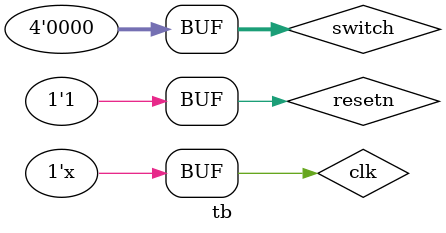
<source format=v>
module tb;
reg        clk  ;
reg        resetn  ;     
reg [3 :0] switch ;    //input

initial
begin
    clk = 1'b0;
    resetn = 1'b0;
    switch = 4'h1;
    #100;


    #500;
    resetn = 1'b1;
end
always #5 clk = ~clk;

//set switch
initial
begin
    #100;
    switch = 4'hf;
    #500;
    switch = 4'h8;  //~switch: 7
    #100;
    switch = 4'h9;  //~switch: 6
    #100;
    switch = 4'he;  //~switch: 1
    #100;
    switch = 4'h2;  //~switch: d
    #100;
    switch = 4'h0;  //~switch: f

end

show_sw  u_show_sw(
    .clk    (clk    ),          
    .resetn (resetn ),     

    .switch (switch ),    //input

    .num_csn(),   //new value   
    .num_a_g(),      

    .led    ()    //previous value
);
endmodule

</source>
